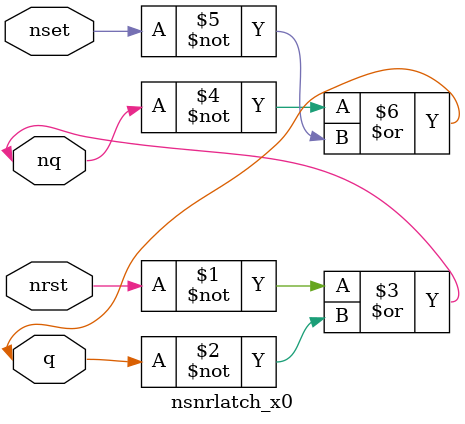
<source format=v>
/*                                                                      */
/*  Avertec Release v3.4p5 (64 bits on Linux 6.15.8-1-default)          */
/*  Generation date Fri Aug 15 11:22:42 2025                            */
/*                                                                      */
/*  Verilog data flow description generated from `nsnrlatch_x0`         */
/*                                                                      */


`timescale 1 ps/1 ps

module nsnrlatch_x0 (nset, nrst, q, nq);

  input  nset;
  input  nrst;
  inout  q;
  inout  nq;


  assign nq = (~(nrst) | ~(q));
  assign q = (~(nq) | ~(nset));

endmodule

</source>
